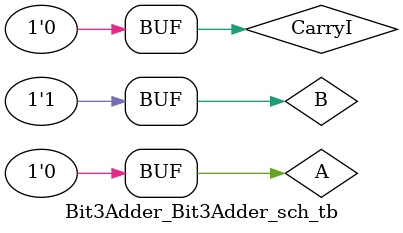
<source format=v>

`timescale 1ns / 1ps

module Bit3Adder_Bit3Adder_sch_tb();

// Inputs
   reg CarryI;
   reg A;
   reg B;

// Output
   wire Sum;
   wire CarryO;

// Bidirs

// Instantiate the UUT
   Bit3Adder UUT (
		.Sum(Sum), 
		.CarryI(CarryI), 
		.A(A), 
		.B(B), 
		.CarryO(CarryO)
   );
// Initialize Inputs
  
       initial begin
		CarryI = 0;
		A = 0;
		B = 0;
		#10;
		B=1;
   end
endmodule

</source>
